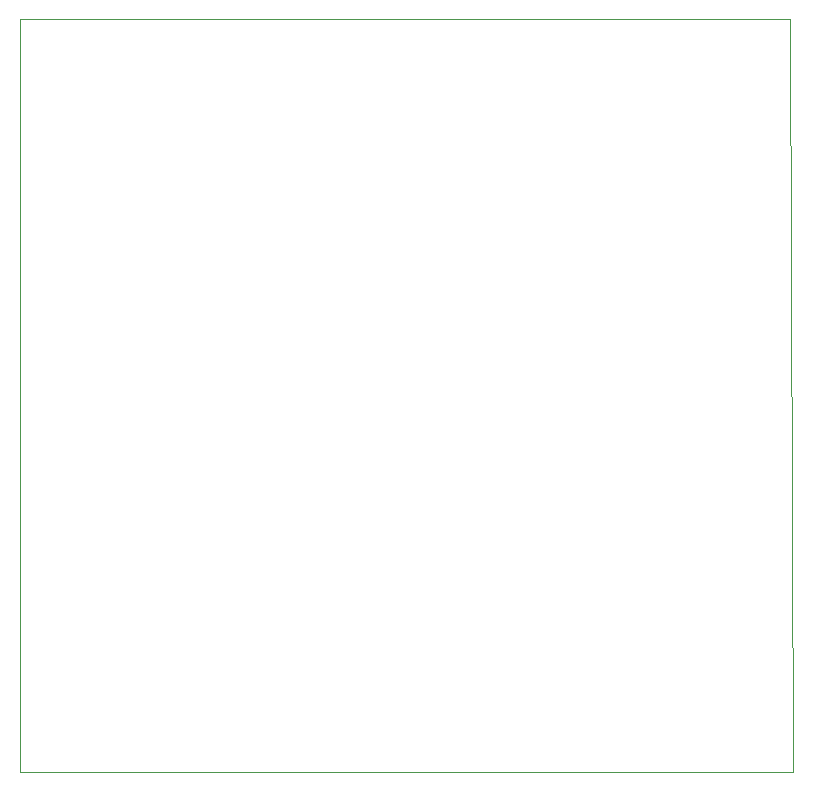
<source format=gko>
G04 #@! TF.GenerationSoftware,KiCad,Pcbnew,(5.1.6-0-10_14)*
G04 #@! TF.CreationDate,2020-11-05T10:51:19+09:00*
G04 #@! TF.ProjectId,teabiscuits_compute,74656162-6973-4637-9569-74735f636f6d,rev?*
G04 #@! TF.SameCoordinates,Original*
G04 #@! TF.FileFunction,Profile,NP*
%FSLAX46Y46*%
G04 Gerber Fmt 4.6, Leading zero omitted, Abs format (unit mm)*
G04 Created by KiCad (PCBNEW (5.1.6-0-10_14)) date 2020-11-05 10:51:19*
%MOMM*%
%LPD*%
G01*
G04 APERTURE LIST*
G04 #@! TA.AperFunction,Profile*
%ADD10C,0.050000*%
G04 #@! TD*
G04 APERTURE END LIST*
D10*
X93000000Y-105750000D02*
X93000000Y-169500000D01*
X158250000Y-105750000D02*
X93000000Y-105750000D01*
X158500000Y-169500000D02*
X158250000Y-105750000D01*
X93000000Y-169500000D02*
X158500000Y-169500000D01*
M02*

</source>
